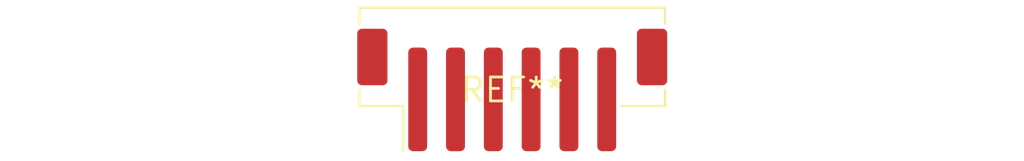
<source format=kicad_pcb>
(kicad_pcb (version 20240108) (generator pcbnew)
  (layers (0 "F.Cu" signal) (31 "B.Cu" signal) (34 "B.Paste" user) (35 "F.Paste" user) (36 "B.SilkS" user "B.Silkscreen") (37 "F.SilkS" user "F.Silkscreen") (38 "B.Mask" user) (39 "F.Mask" user) (44 "Edge.Cuts" user))
  (net 0 "")
  (footprint "JST_PH_B6B-PH-SM4-TB_1x06-1MP_P2.00mm_Vertical" (layer "F.Cu") (at 0 0)
    (property "Reference" "REF**")
    (property "Value" "JST_PH_B6B-PH-SM4-TB_1x06-1MP_P2.00mm_Vertical")
    (fp_line (start -8.085 -4.36) (end 8.085 -4.36) (layer "F.SilkS") (stroke (width 0.12)))
    (fp_line (start -8.085 -3.51) (end -8.085 -4.36) (layer "F.SilkS") (stroke (width 0.12)))
    (fp_line (start -8.085 0.01) (end -8.085 0.86) (layer "F.SilkS") (stroke (width 0.12)))
    (fp_line (start -8.085 0.86) (end -5.76 0.86) (layer "F.SilkS") (stroke (width 0.12)))
    (fp_line (start -5.76 0.86) (end -5.76 3.25) (layer "F.SilkS") (stroke (width 0.12)))
    (fp_line (start 8.085 -4.36) (end 8.085 -3.51) (layer "F.SilkS") (stroke (width 0.12)))
    (fp_line (start 8.085 0.01) (end 8.085 0.86) (layer "F.SilkS") (stroke (width 0.12)))
    (fp_line (start 8.085 0.86) (end 5.76 0.86) (layer "F.SilkS") (stroke (width 0.12)))
    (pad "1" smd roundrect (at -5 0.5) (size 1 5.5) (layers "F.Cu" "F.Paste" "F.Mask"))
    (pad "2" smd roundrect (at -3 0.5) (size 1 5.5) (layers "F.Cu" "F.Paste" "F.Mask"))
    (pad "3" smd roundrect (at -1 0.5) (size 1 5.5) (layers "F.Cu" "F.Paste" "F.Mask"))
    (pad "4" smd roundrect (at 1 0.5) (size 1 5.5) (layers "F.Cu" "F.Paste" "F.Mask"))
    (pad "5" smd roundrect (at 3 0.5) (size 1 5.5) (layers "F.Cu" "F.Paste" "F.Mask"))
    (pad "6" smd roundrect (at 5 0.5) (size 1 5.5) (layers "F.Cu" "F.Paste" "F.Mask"))
    (pad "MP" smd roundrect (at -7.4 -1.75) (size 1.6 3) (layers "F.Cu" "F.Paste" "F.Mask") (roundrect_rratio 0.15625))
    (pad "MP" smd roundrect (at 7.4 -1.75) (size 1.6 3) (layers "F.Cu" "F.Paste" "F.Mask") (roundrect_rratio 0.15625))
  )
)
</source>
